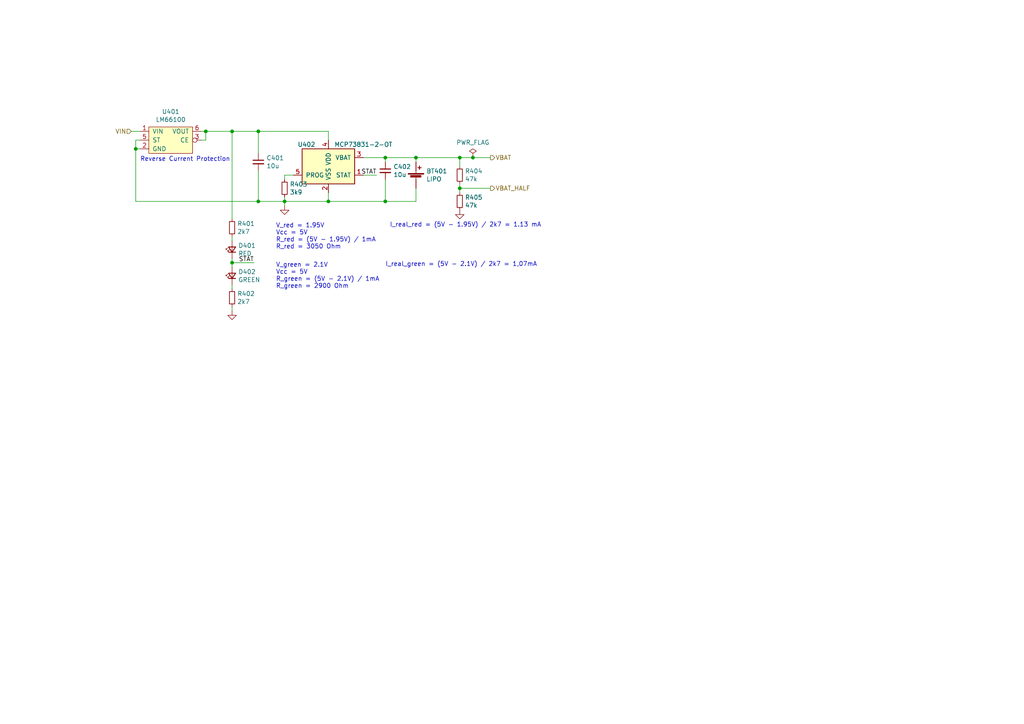
<source format=kicad_sch>
(kicad_sch (version 20211123) (generator eeschema)
  (paper "A4")
  (title_block (title "aWristWatch") (date "2021-04-05") (rev "3") (company "Andreas Kohler"))
  (lib_symbols
    (symbol "Battery_Management:MCP73831-2-OT" (pin_names (offset 1.016))
      (property "Reference" "U" (at -7.62 6.35 0))
      (property "Value" "MCP73831-2-OT" (at 1.27 6.35 0))
      (symbol "MCP73831-2-OT_0_1"
        (rectangle (start -7.62 5.08) (end 7.62 -5.08) (stroke (width 0.254)) (fill (type background)))
      )
      (symbol "MCP73831-2-OT_1_1"
        (pin output line (at 10.16 -2.54 180) (length 2.54) (name "STAT") (number "1"))
        (pin power_in line (at 0 -7.62 90) (length 2.54) (name "VSS") (number "2"))
        (pin power_out line (at 10.16 2.54 180) (length 2.54) (name "VBAT") (number "3"))
        (pin power_in line (at 0 7.62 270) (length 2.54) (name "VDD") (number "4"))
        (pin input line (at -10.16 -2.54 0) (length 2.54) (name "PROG") (number "5"))
      )
    )
    (symbol "Device:Battery_Cell" (pin_numbers hide) (pin_names (offset 0) hide)
      (property "Reference" "BT" (at 2.54 2.54 0))
      (property "Value" "Battery_Cell" (at 2.54 0 0))
      (symbol "Battery_Cell_0_1"
        (rectangle (start -2.286 1.778) (end 2.286 1.524) (fill (type outline)))
        (rectangle (start -1.5748 1.1938) (end 1.4732 0.6858) (fill (type outline)))
        (polyline (pts (xy 0 0.762) (xy 0 0)))
        (polyline (pts (xy 0 1.778) (xy 0 2.54)))
        (polyline (pts (xy 0.508 3.429) (xy 1.524 3.429)) (stroke (width 0.254)))
        (polyline (pts (xy 1.016 3.937) (xy 1.016 2.921)) (stroke (width 0.254)))
      )
      (symbol "Battery_Cell_1_1"
        (pin passive line (at 0 5.08 270) (length 2.54) (name "+") (number "1"))
        (pin passive line (at 0 -2.54 90) (length 2.54) (name "-") (number "2"))
      )
    )
    (symbol "Device:C_Small" (pin_numbers hide) (pin_names (offset 0.254) hide)
      (property "Reference" "C" (at 0.254 1.778 0))
      (property "Value" "C_Small" (at 0.254 -2.032 0))
      (symbol "C_Small_0_1"
        (polyline (pts (xy -1.524 -0.508) (xy 1.524 -0.508)) (stroke (width 0.3302)))
        (polyline (pts (xy -1.524 0.508) (xy 1.524 0.508)) (stroke (width 0.3048)))
      )
      (symbol "C_Small_1_1"
        (pin passive line (at 0 2.54 270) (length 2.032) (name "~") (number "1"))
        (pin passive line (at 0 -2.54 90) (length 2.032) (name "~") (number "2"))
      )
    )
    (symbol "Device:LED_Small" (pin_numbers hide) (pin_names (offset 0.254) hide)
      (property "Reference" "D" (at -1.27 3.175 0))
      (property "Value" "LED_Small" (at -4.445 -2.54 0))
      (symbol "LED_Small_0_1"
        (polyline (pts (xy -0.762 -1.016) (xy -0.762 1.016)) (stroke (width 0.254)))
        (polyline (pts (xy 1.016 0) (xy -0.762 0)))
        (polyline (pts (xy 0.762 -1.016) (xy -0.762 0) (xy 0.762 1.016) (xy 0.762 -1.016)) (stroke (width 0.254)))
        (polyline (pts (xy 0 0.762) (xy -0.508 1.27) (xy -0.254 1.27) (xy -0.508 1.27) (xy -0.508 1.016)))
        (polyline (pts (xy 0.508 1.27) (xy 0 1.778) (xy 0.254 1.778) (xy 0 1.778) (xy 0 1.524)))
      )
      (symbol "LED_Small_1_1"
        (pin passive line (at -2.54 0 0) (length 1.778) (name "K") (number "1"))
        (pin passive line (at 2.54 0 180) (length 1.778) (name "A") (number "2"))
      )
    )
    (symbol "Device:R_Small" (pin_numbers hide) (pin_names (offset 0.254) hide)
      (property "Reference" "R" (at 0.762 0.508 0))
      (property "Value" "R_Small" (at 0.762 -1.016 0))
      (symbol "R_Small_0_1"
        (rectangle (start -0.762 1.778) (end 0.762 -1.778) (stroke (width 0.2032)))
      )
      (symbol "R_Small_1_1"
        (pin passive line (at 0 2.54 270) (length 0.762) (name "~") (number "1"))
        (pin passive line (at 0 -2.54 90) (length 0.762) (name "~") (number "2"))
      )
    )
    (symbol "power:GND" (power) (pin_names (offset 0))
      (property "Value" "GND" (at 0 -3.81 0))
      (symbol "GND_0_1"
        (polyline (pts (xy 0 0) (xy 0 -1.27) (xy 1.27 -1.27) (xy 0 -2.54) (xy -1.27 -1.27) (xy 0 -1.27)))
      )
      (symbol "GND_1_1"
        (pin power_in line (at 0 0 270) (length 0) hide (name "GND") (number "1"))
      )
    )
    (symbol "power:PWR_FLAG" (power) (pin_numbers hide) (pin_names (offset 0) hide)
      (property "Value" "PWR_FLAG" (at 0 3.81 0))
      (symbol "PWR_FLAG_0_0"
        (pin power_out line (at 0 0 90) (length 0) (name "pwr") (number "1"))
      )
      (symbol "PWR_FLAG_0_1"
        (polyline (pts (xy 0 0) (xy 0 1.27) (xy -1.016 1.905) (xy 0 2.54) (xy 1.016 1.905) (xy 0 1.27)))
      )
    )
    (symbol "watch:LM66100-Variant2" (pin_names (offset 1.016))
      (property "Reference" "U" (at 8.89 6.35 0))
      (property "Value" "LM66100-Variant2" (at 8.89 6.35 0))
      (symbol "LM66100-Variant2_1_1"
        (rectangle (start -6.35 3.81) (end 6.35 -3.81) (fill (type background)))
        (pin power_in line (at -8.89 2.54 0) (length 2.54) (name "VIN") (number "1"))
        (pin power_in line (at -8.89 -2.54 0) (length 2.54) (name "GND") (number "2"))
        (pin input inverted (at 8.89 0 180) (length 2.54) (name "CE") (number "3"))
        (pin input line (at -8.89 0 0) (length 2.54) (name "ST") (number "5"))
        (pin power_out line (at 8.89 2.54 180) (length 2.54) (name "VOUT") (number "6"))
      )
    )
  )
  (junction (at 111.76 58.42))
  (junction (at 111.76 45.72))
  (junction (at 120.65 45.72))
  (junction (at 67.31 76.2))
  (junction (at 39.37 43.18))
  (junction (at 133.35 45.72))
  (junction (at 137.16 45.72))
  (junction (at 133.35 54.61))
  (junction (at 82.55 58.42))
  (junction (at 59.69 38.1))
  (junction (at 74.93 38.1))
  (junction (at 74.93 58.42))
  (junction (at 95.25 58.42))
  (junction (at 67.31 38.1))
  (wire (pts (xy 67.31 69.85) (xy 67.31 68.58)))
  (wire (pts (xy 137.16 45.72) (xy 142.24 45.72)))
  (wire (pts (xy 74.93 49.53) (xy 74.93 58.42)))
  (wire (pts (xy 95.25 38.1) (xy 74.93 38.1)))
  (wire (pts (xy 67.31 38.1) (xy 74.93 38.1)))
  (wire (pts (xy 74.93 58.42) (xy 82.55 58.42)))
  (wire (pts (xy 120.65 45.72) (xy 133.35 45.72)))
  (wire (pts (xy 59.69 38.1) (xy 67.31 38.1)))
  (wire (pts (xy 82.55 50.8) (xy 82.55 52.07)))
  (wire (pts (xy 40.64 43.18) (xy 39.37 43.18)))
  (wire (pts (xy 120.65 46.99) (xy 120.65 45.72)))
  (wire (pts (xy 74.93 58.42) (xy 39.37 58.42)))
  (wire (pts (xy 133.35 53.34) (xy 133.35 54.61)))
  (wire (pts (xy 39.37 40.64) (xy 39.37 43.18)))
  (wire (pts (xy 59.69 40.64) (xy 59.69 38.1)))
  (wire (pts (xy 111.76 46.99) (xy 111.76 45.72)))
  (wire (pts (xy 38.1 38.1) (xy 40.64 38.1)))
  (wire (pts (xy 120.65 54.61) (xy 120.65 58.42)))
  (wire (pts (xy 67.31 38.1) (xy 67.31 63.5)))
  (wire (pts (xy 111.76 52.07) (xy 111.76 58.42)))
  (wire (pts (xy 67.31 74.93) (xy 67.31 76.2)))
  (wire (pts (xy 95.25 40.64) (xy 95.25 38.1)))
  (wire (pts (xy 82.55 58.42) (xy 82.55 57.15)))
  (wire (pts (xy 39.37 58.42) (xy 39.37 43.18)))
  (wire (pts (xy 58.42 38.1) (xy 59.69 38.1)))
  (wire (pts (xy 73.66 76.2) (xy 67.31 76.2)))
  (wire (pts (xy 82.55 58.42) (xy 82.55 59.69)))
  (wire (pts (xy 120.65 58.42) (xy 111.76 58.42)))
  (wire (pts (xy 133.35 54.61) (xy 142.24 54.61)))
  (wire (pts (xy 67.31 76.2) (xy 67.31 77.47)))
  (wire (pts (xy 58.42 40.64) (xy 59.69 40.64)))
  (wire (pts (xy 111.76 45.72) (xy 120.65 45.72)))
  (wire (pts (xy 109.22 50.8) (xy 105.41 50.8)))
  (wire (pts (xy 133.35 45.72) (xy 137.16 45.72)))
  (wire (pts (xy 95.25 58.42) (xy 82.55 58.42)))
  (wire (pts (xy 74.93 44.45) (xy 74.93 38.1)))
  (wire (pts (xy 67.31 90.17) (xy 67.31 88.9)))
  (wire (pts (xy 133.35 45.72) (xy 133.35 48.26)))
  (wire (pts (xy 85.09 50.8) (xy 82.55 50.8)))
  (wire (pts (xy 133.35 54.61) (xy 133.35 55.88)))
  (wire (pts (xy 40.64 40.64) (xy 39.37 40.64)))
  (wire (pts (xy 67.31 83.82) (xy 67.31 82.55)))
  (wire (pts (xy 95.25 55.88) (xy 95.25 58.42)))
  (wire (pts (xy 111.76 45.72) (xy 105.41 45.72)))
  (wire (pts (xy 95.25 58.42) (xy 111.76 58.42)))
  (text "V_red = 1.95V\nVcc = 5V\nR_red = (5V - 1.95V) / 1mA\nR_red = 3050 Ohm\n" (at 80.01 72.39 0) (effects (font (size 1.27 1.27)) (justify left bottom)))
  (text "Reverse Current Protection" (at 40.64 46.99 0) (effects (font (size 1.27 1.27)) (justify left bottom)))
  (text "V_green = 2.1V\nVcc = 5V\nR_green = (5V - 2.1V) / 1mA\nR_green = 2900 Ohm" (at 80.01 83.82 0) (effects (font (size 1.27 1.27)) (justify left bottom)))
  (text "I_real_red = (5V - 1.95V) / 2k7 = 1.13 mA" (at 113.03 66.04 0) (effects (font (size 1.27 1.27)) (justify left bottom)))
  (text "I_real_green = (5V - 2.1V) / 2k7 = 1,07mA" (at 111.76 77.47 0) (effects (font (size 1.27 1.27)) (justify left bottom)))
  (label "STAT" (at 73.66 76.2 180))
  (label "STAT" (at 109.22 50.8 180))
  (hierarchical_label "VBAT" (shape output) (at 142.24 45.72 0))
  (hierarchical_label "VBAT_HALF" (shape output) (at 142.24 54.61 0))
  (hierarchical_label "VIN" (shape input) (at 38.1 38.1 180))
  (symbol (lib_id "Device:LED_Small") (at 67.31 72.39 90) (unit 1)
    (property "Reference" "D401" (at 69.088 71.2216 90) (effects (justify right)))
    (property "Value" "RED" (at 69.088 73.533 90) (effects (justify right)))
    (property "Footprint" "LED_SMD:LED_0603_1608Metric" (effects hide))
    (property "Datasheet" "https://www.mouser.at/datasheet/2/216/AA1608SURSK-1951973.pdf" (effects hide))
    (property "Part Number" "AA1608SURSK" (effects hide))
    (property "Manufacturer" "Kingbright" (effects hide))
    (property "Order" "https://www.mouser.at/ProductDetail/Kingbright/AA1608SURSK?qs=eP2BKZSCXI6pqonvuMmTFg%3D%3D" (effects hide))
    (property "MNR" "AA1608SURSK" (effects hide))
  )
  (symbol (lib_id "Device:R_Small") (at 67.31 66.04 0) (unit 1)
    (property "Reference" "R401" (at 68.8086 64.8716 0) (effects (justify left)))
    (property "Value" "2k7" (at 68.8086 67.183 0) (effects (justify left)))
    (property "Footprint" "Resistor_SMD:R_0603_1608Metric" (effects hide))
    (property "Order" "https://www.mouser.at/ProductDetail/TE-Connectivity-Holsworthy/CRGP0603F2K7?qs=wUXugUrL1qwUN23XEDlhqg%3D%3D" (effects hide))
    (property "Manufacturer" "TE Connectivity / Holsworthy" (effects hide))
    (property "MNR" "CRGP0603F2K7" (effects hide))
  )
  (symbol (lib_id "Device:R_Small") (at 67.31 86.36 0) (unit 1)
    (property "Reference" "R402" (at 68.8086 85.1916 0) (effects (justify left)))
    (property "Value" "2k7" (at 68.8086 87.503 0) (effects (justify left)))
    (property "Footprint" "Resistor_SMD:R_0603_1608Metric" (effects hide))
    (property "Order" "https://www.mouser.at/ProductDetail/TE-Connectivity-Holsworthy/CRGP0603F2K7?qs=wUXugUrL1qwUN23XEDlhqg%3D%3D" (effects hide))
    (property "Manufacturer" "TE Connectivity / Holsworthy" (effects hide))
    (property "MNR" "CRGP0603F2K7" (effects hide))
  )
  (symbol (lib_id "Device:LED_Small") (at 67.31 80.01 90) (unit 1)
    (property "Reference" "D402" (at 69.088 78.8416 90) (effects (justify right)))
    (property "Value" "GREEN" (at 69.088 81.153 90) (effects (justify right)))
    (property "Footprint" "LED_SMD:LED_0603_1608Metric" (effects hide))
    (property "Datasheet" "https://www.mouser.at/datasheet/2/216/AA1608CGSK-1951957.pdf" (effects hide))
    (property "Manufacturer" "Kingbright" (effects hide))
    (property "Part Number" "AA1608CGSK" (effects hide))
    (property "Order" "https://www.mouser.at/ProductDetail/Kingbright/AA1608CGSK?qs=%2Fha2pyFadujroVvVMWEuOp8b2ZvB17TZCtvrJxnHY68n8r1EECXbcw%3D%3D" (effects hide))
    (property "MNR" "AA1608CGSK" (effects hide))
  )
  (symbol (lib_id "power:GND") (at 67.31 90.17 0) (unit 1)
    (property "Reference" "#PWR0125" (effects hide))
    (property "Value" "GND" (effects hide))
  )
  (symbol (lib_id "Device:C_Small") (at 74.93 46.99 0)
    (property "Reference" "C401" (at 77.2668 45.8216 0) (effects (justify left)))
    (property "Value" "10u" (at 77.2668 48.133 0) (effects (justify left)))
    (property "Footprint" "Capacitor_SMD:C_0805_2012Metric" (effects hide))
    (property "Datasheet" "https://www.mouser.at/datasheet/2/585/MLCC-1837944.pdf" (effects hide))
    (property "Order" "https://www.mouser.at/ProductDetail/187-CL10B106MQ8NRNC" (effects hide))
    (property "Manufacturer" "Samsung Electro-Mechanics" (effects hide))
    (property "MNR" "CL10B106MQ8NRNC" (effects hide))
  )
  (symbol (lib_id "Device:C_Small") (at 111.76 49.53 0)
    (property "Reference" "C402" (at 114.0968 48.3616 0) (effects (justify left)))
    (property "Value" "10u" (at 114.0968 50.673 0) (effects (justify left)))
    (property "Footprint" "Capacitor_SMD:C_0805_2012Metric" (effects hide))
    (property "Datasheet" "https://www.mouser.at/datasheet/2/585/MLCC-1837944.pdf" (effects hide))
    (property "Order" "https://www.mouser.at/ProductDetail/187-CL10B106MQ8NRNC" (effects hide))
    (property "Manufacturer" "Samsung Electro-Mechanics" (effects hide))
    (property "MNR" "CL10B106MQ8NRNC" (effects hide))
  )
  (symbol (lib_id "Battery_Management:MCP73831-2-OT") (at 95.25 48.26 0)
    (property "Reference" "U402" (at 88.9 41.91 0))
    (property "Value" "MCP73831-2-OT" (at 105.41 41.91 0))
    (property "Footprint" "Package_TO_SOT_SMD:SOT-23-5" (effects hide))
    (property "Datasheet" "http://ww1.microchip.com/downloads/en/DeviceDoc/20001984g.pdf" (effects hide))
    (property "Order" "https://www.mouser.at/ProductDetail/579-MCP73831T-2ACIOT" (effects hide))
    (property "Manufacturer" "Microchip Technology" (effects hide))
    (property "MNR" "MCP73831T-2ACI/OT" (effects hide))
  )
  (symbol (lib_id "Device:R_Small") (at 82.55 54.61 0)
    (property "Reference" "R403" (at 84.0486 53.4416 0) (effects (justify left)))
    (property "Value" "3k9" (at 84.0486 55.753 0) (effects (justify left)))
    (property "Footprint" "Resistor_SMD:R_0603_1608Metric" (effects hide))
    (property "Order" "https://www.mouser.at/ProductDetail/TE-Connectivity-Holsworthy/CRGP0603F3K9?qs=%2Fha2pyFaduj8qGn91HGzk%2F8kvmOrHSLEzveCoZJh19NXlgDLdxx7mg%3D%3D" (effects hide))
    (property "Manufacturer" "TE Connectivity / Holsworthy" (effects hide))
    (property "MNR" "CRGP0603F3K9" (effects hide))
  )
  (symbol (lib_id "power:GND") (at 82.55 59.69 0)
    (property "Reference" "#PWR0123" (effects hide))
    (property "Value" "GND" (effects hide))
  )
  (symbol (lib_id "Device:Battery_Cell") (at 120.65 52.07 0)
    (property "Reference" "BT401" (at 123.6472 49.6316 0) (effects (justify left)))
    (property "Value" "LIPO" (at 123.6472 51.943 0) (effects (justify left)))
    (property "Footprint" "Connector_PinHeader_2.54mm:PinHeader_1x02_P2.54mm_Vertical" (effects hide))
    (property "Order" "https://www.amazon.de/YUNIQUE-Deutschland-Quadrocopter-Ersatzteil-Batterie/dp/B07BB62M5C/ref=pd_sim_1?pd_rd_w=grvwY&pf_rd_p=9a7fe8f3-0fa4-47a4-8b98-93a5088bcc79&pf_rd_r=9ZV7KNMHJY2EC7A02PM1&pd_rd_r=bac63601-7990-4842-bd78-0305b9f2aef1&pd_rd_wg=wa44J&pd_rd_i=B07BB62M5C&psc=1" (effects hide))
  )
  (symbol (lib_id "power:PWR_FLAG") (at 137.16 45.72 0) (unit 1)
    (property "Reference" "#FLG0105" (effects hide))
    (property "Value" "PWR_FLAG" (at 137.16 41.3258 0))
  )
  (symbol (lib_id "power:GND") (at 133.35 60.96 0)
    (property "Reference" "#PWR0124" (effects hide))
    (property "Value" "GND" (effects hide))
  )
  (symbol (lib_id "Device:R_Small") (at 133.35 58.42 0)
    (property "Reference" "R405" (at 134.8486 57.2516 0) (effects (justify left)))
    (property "Value" "47k" (at 134.8486 59.563 0) (effects (justify left)))
    (property "Footprint" "Resistor_SMD:R_0603_1608Metric" (effects hide))
    (property "Datasheet" "https://www.mouser.at/datasheet/2/418/5/NG_DS_9-1773463-9_A-1358566.pdf" (effects hide))
    (property "Order" "https://www.mouser.at/ProductDetail/279-CRGP0603F47K" (effects hide))
    (property "Manufacturer" "TE Connectivity / Holsworthy" (effects hide))
    (property "MNR" "CRGP0603F47K" (effects hide))
  )
  (symbol (lib_id "Device:R_Small") (at 133.35 50.8 0)
    (property "Reference" "R404" (at 134.8486 49.6316 0) (effects (justify left)))
    (property "Value" "47k" (at 134.8486 51.943 0) (effects (justify left)))
    (property "Footprint" "Resistor_SMD:R_0603_1608Metric" (effects hide))
    (property "Datasheet" "https://www.mouser.at/datasheet/2/418/5/NG_DS_9-1773463-9_A-1358566.pdf" (effects hide))
    (property "Order" "https://www.mouser.at/ProductDetail/279-CRGP0603F47K" (effects hide))
    (property "Manufacturer" "TE Connectivity / Holsworthy" (effects hide))
    (property "MNR" "CRGP0603F47K" (effects hide))
  )
  (symbol (lib_id "watch:LM66100-Variant2") (at 49.53 40.64 0)
    (property "Reference" "U401" (at 49.53 32.385 0))
    (property "Value" "LM66100" (at 49.53 34.6964 0))
    (property "Footprint" "watch:Sc70-6" (effects hide))
    (property "Datasheet" "https://www.ti.com/lit/ds/symlink/lm66100.pdf?HQS=dis-mous-null-mousermode-dsf-pf-null-wwe&DCM=yes&ref_url=https%3A%2F%2Fwww.mouser.it%2F&distId=26" (effects hide))
    (property "Manufacturer" "Texas Instruments" (effects hide))
    (property "Order" "https://www.mouser.at/ProductDetail/595-LM66100DCKR" (effects hide))
    (property "MNR" "LM66100DCKR" (effects hide))
  )
)
</source>
